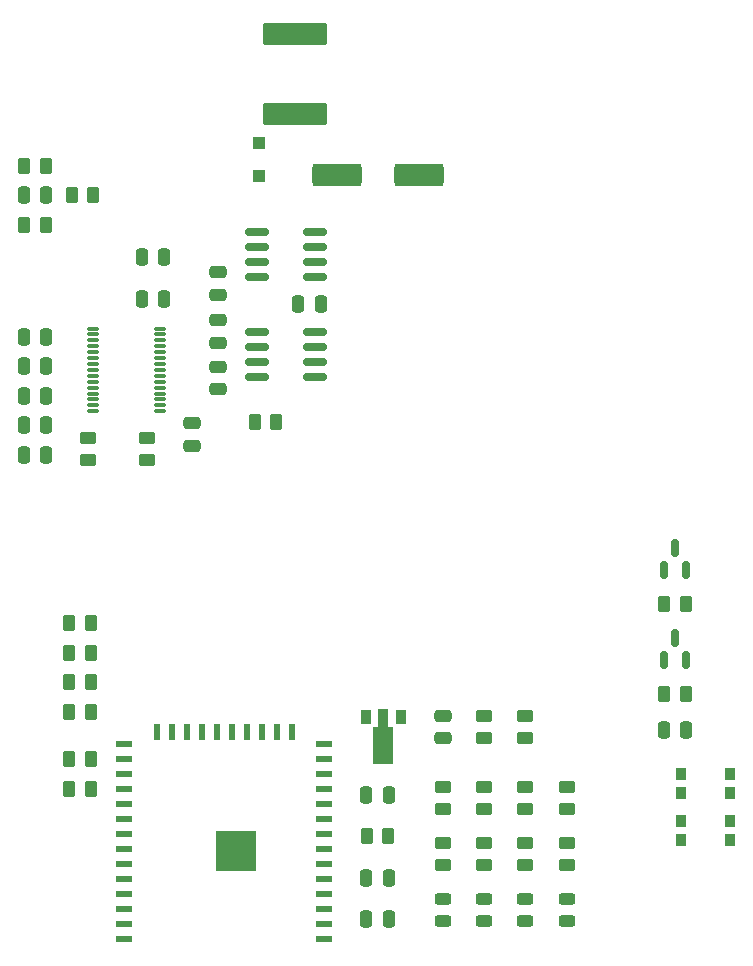
<source format=gbr>
%TF.GenerationSoftware,KiCad,Pcbnew,(6.0.0-0)*%
%TF.CreationDate,2022-03-12T23:19:40-06:00*%
%TF.ProjectId,SmartNeonPSU,536d6172-744e-4656-9f6e-5053552e6b69,rev?*%
%TF.SameCoordinates,Original*%
%TF.FileFunction,Paste,Top*%
%TF.FilePolarity,Positive*%
%FSLAX46Y46*%
G04 Gerber Fmt 4.6, Leading zero omitted, Abs format (unit mm)*
G04 Created by KiCad (PCBNEW (6.0.0-0)) date 2022-03-12 23:19:40*
%MOMM*%
%LPD*%
G01*
G04 APERTURE LIST*
G04 Aperture macros list*
%AMRoundRect*
0 Rectangle with rounded corners*
0 $1 Rounding radius*
0 $2 $3 $4 $5 $6 $7 $8 $9 X,Y pos of 4 corners*
0 Add a 4 corners polygon primitive as box body*
4,1,4,$2,$3,$4,$5,$6,$7,$8,$9,$2,$3,0*
0 Add four circle primitives for the rounded corners*
1,1,$1+$1,$2,$3*
1,1,$1+$1,$4,$5*
1,1,$1+$1,$6,$7*
1,1,$1+$1,$8,$9*
0 Add four rect primitives between the rounded corners*
20,1,$1+$1,$2,$3,$4,$5,0*
20,1,$1+$1,$4,$5,$6,$7,0*
20,1,$1+$1,$6,$7,$8,$9,0*
20,1,$1+$1,$8,$9,$2,$3,0*%
%AMFreePoly0*
4,1,9,3.862500,-0.866500,0.737500,-0.866500,0.737500,-0.450000,-0.737500,-0.450000,-0.737500,0.450000,0.737500,0.450000,0.737500,0.866500,3.862500,0.866500,3.862500,-0.866500,3.862500,-0.866500,$1*%
G04 Aperture macros list end*
%ADD10RoundRect,0.250000X-0.262500X-0.450000X0.262500X-0.450000X0.262500X0.450000X-0.262500X0.450000X0*%
%ADD11RoundRect,0.250000X-0.450000X0.262500X-0.450000X-0.262500X0.450000X-0.262500X0.450000X0.262500X0*%
%ADD12RoundRect,0.000000X-0.442500X-0.090000X0.442500X-0.090000X0.442500X0.090000X-0.442500X0.090000X0*%
%ADD13R,0.900000X1.000000*%
%ADD14RoundRect,0.250000X0.262500X0.450000X-0.262500X0.450000X-0.262500X-0.450000X0.262500X-0.450000X0*%
%ADD15RoundRect,0.150000X0.150000X-0.587500X0.150000X0.587500X-0.150000X0.587500X-0.150000X-0.587500X0*%
%ADD16R,0.900000X1.300000*%
%ADD17FreePoly0,270.000000*%
%ADD18RoundRect,0.250000X-0.475000X0.250000X-0.475000X-0.250000X0.475000X-0.250000X0.475000X0.250000X0*%
%ADD19RoundRect,0.250000X0.250000X0.475000X-0.250000X0.475000X-0.250000X-0.475000X0.250000X-0.475000X0*%
%ADD20RoundRect,0.150000X-0.825000X-0.150000X0.825000X-0.150000X0.825000X0.150000X-0.825000X0.150000X0*%
%ADD21RoundRect,0.250000X-0.250000X-0.475000X0.250000X-0.475000X0.250000X0.475000X-0.250000X0.475000X0*%
%ADD22RoundRect,0.243750X0.456250X-0.243750X0.456250X0.243750X-0.456250X0.243750X-0.456250X-0.243750X0*%
%ADD23RoundRect,0.250000X0.450000X-0.262500X0.450000X0.262500X-0.450000X0.262500X-0.450000X-0.262500X0*%
%ADD24RoundRect,0.250000X2.475000X-0.712500X2.475000X0.712500X-2.475000X0.712500X-2.475000X-0.712500X0*%
%ADD25RoundRect,0.250000X0.475000X-0.250000X0.475000X0.250000X-0.475000X0.250000X-0.475000X-0.250000X0*%
%ADD26R,1.400000X0.630000*%
%ADD27R,0.630000X1.400000*%
%ADD28R,3.500000X3.500000*%
%ADD29R,1.100000X1.100000*%
%ADD30RoundRect,0.250000X-1.825000X-0.700000X1.825000X-0.700000X1.825000X0.700000X-1.825000X0.700000X0*%
G04 APERTURE END LIST*
D10*
%TO.C,R23*%
X139587500Y-90450000D03*
X141412500Y-90450000D03*
%TD*%
D11*
%TO.C,R4*%
X159000000Y-115337500D03*
X159000000Y-117162500D03*
%TD*%
D12*
%TO.C,U2*%
X125887500Y-82500000D03*
X125887500Y-83000000D03*
X125887500Y-83500000D03*
X125887500Y-84000000D03*
X125887500Y-84500000D03*
X125887500Y-85000000D03*
X125887500Y-85500000D03*
X125887500Y-86000000D03*
X125887500Y-86500000D03*
X125887500Y-87000000D03*
X125887500Y-87500000D03*
X125887500Y-88000000D03*
X125887500Y-88500000D03*
X125887500Y-89000000D03*
X125887500Y-89500000D03*
X131612500Y-89500000D03*
X131612500Y-89000000D03*
X131612500Y-88500000D03*
X131612500Y-88000000D03*
X131612500Y-87500000D03*
X131612500Y-87000000D03*
X131612500Y-86500000D03*
X131612500Y-86000000D03*
X131612500Y-85500000D03*
X131612500Y-85000000D03*
X131612500Y-84500000D03*
X131612500Y-84000000D03*
X131612500Y-83500000D03*
X131612500Y-83000000D03*
X131612500Y-82500000D03*
%TD*%
D10*
%TO.C,R8*%
X123897500Y-107450000D03*
X125722500Y-107450000D03*
%TD*%
D13*
%TO.C,SW2*%
X175700000Y-124200000D03*
X179800000Y-124200000D03*
X179800000Y-125800000D03*
X175700000Y-125800000D03*
%TD*%
D14*
%TO.C,R7*%
X125722500Y-121460000D03*
X123897500Y-121460000D03*
%TD*%
D11*
%TO.C,R14*%
X159000000Y-126087500D03*
X159000000Y-127912500D03*
%TD*%
D15*
%TO.C,Q2*%
X174240000Y-102967500D03*
X176140000Y-102967500D03*
X175190000Y-101092500D03*
%TD*%
D16*
%TO.C,U1*%
X152000000Y-115350000D03*
D17*
X150500000Y-115437500D03*
D16*
X149000000Y-115350000D03*
%TD*%
D18*
%TO.C,C4*%
X155500000Y-115300000D03*
X155500000Y-117200000D03*
%TD*%
D11*
%TO.C,R2*%
X155500000Y-121337500D03*
X155500000Y-123162500D03*
%TD*%
D14*
%TO.C,R1*%
X125722500Y-109950000D03*
X123897500Y-109950000D03*
%TD*%
D19*
%TO.C,C3*%
X121950000Y-88200000D03*
X120050000Y-88200000D03*
%TD*%
D20*
%TO.C,Q4*%
X139775000Y-82795000D03*
X139775000Y-84065000D03*
X139775000Y-85335000D03*
X139775000Y-86605000D03*
X144725000Y-86605000D03*
X144725000Y-85335000D03*
X144725000Y-84065000D03*
X144725000Y-82795000D03*
%TD*%
D21*
%TO.C,C7*%
X120050000Y-93200000D03*
X121950000Y-93200000D03*
%TD*%
D10*
%TO.C,R19*%
X174277500Y-113460000D03*
X176102500Y-113460000D03*
%TD*%
%TO.C,R6*%
X123897500Y-112450000D03*
X125722500Y-112450000D03*
%TD*%
D11*
%TO.C,R24*%
X130486222Y-91787500D03*
X130486222Y-93612500D03*
%TD*%
D22*
%TO.C,D3*%
X162500000Y-132682725D03*
X162500000Y-130807725D03*
%TD*%
D21*
%TO.C,C10*%
X130050000Y-76450000D03*
X131950000Y-76450000D03*
%TD*%
D23*
%TO.C,R3*%
X162500000Y-123162500D03*
X162500000Y-121337500D03*
%TD*%
D11*
%TO.C,R17*%
X155500000Y-126087500D03*
X155500000Y-127912500D03*
%TD*%
D21*
%TO.C,C6*%
X120050000Y-85700000D03*
X121950000Y-85700000D03*
%TD*%
%TO.C,C13*%
X120050000Y-71200000D03*
X121950000Y-71200000D03*
%TD*%
D11*
%TO.C,R25*%
X125500000Y-91787500D03*
X125500000Y-93612500D03*
%TD*%
D23*
%TO.C,R20*%
X166000000Y-123162500D03*
X166000000Y-121337500D03*
%TD*%
D14*
%TO.C,R16*%
X121912500Y-73700000D03*
X120087500Y-73700000D03*
%TD*%
D18*
%TO.C,C11*%
X136500000Y-81800000D03*
X136500000Y-83700000D03*
%TD*%
D21*
%TO.C,C9*%
X149050000Y-122000000D03*
X150950000Y-122000000D03*
%TD*%
D22*
%TO.C,D2*%
X166000000Y-132687500D03*
X166000000Y-130812500D03*
%TD*%
D10*
%TO.C,R13*%
X120087500Y-68700000D03*
X121912500Y-68700000D03*
%TD*%
D19*
%TO.C,C19*%
X145200000Y-80450000D03*
X143300000Y-80450000D03*
%TD*%
D11*
%TO.C,R10*%
X162500000Y-115337500D03*
X162500000Y-117162500D03*
%TD*%
D10*
%TO.C,R12*%
X124087500Y-71200000D03*
X125912500Y-71200000D03*
%TD*%
D21*
%TO.C,C17*%
X149050000Y-132500000D03*
X150950000Y-132500000D03*
%TD*%
D10*
%TO.C,R18*%
X174277500Y-105840000D03*
X176102500Y-105840000D03*
%TD*%
%TO.C,R15*%
X149087500Y-125500000D03*
X150912500Y-125500000D03*
%TD*%
D22*
%TO.C,D4*%
X155500000Y-132681414D03*
X155500000Y-130806414D03*
%TD*%
D21*
%TO.C,C8*%
X120050000Y-90700000D03*
X121950000Y-90700000D03*
%TD*%
%TO.C,C12*%
X130050000Y-79988216D03*
X131950000Y-79988216D03*
%TD*%
D19*
%TO.C,C5*%
X121950000Y-83200000D03*
X120050000Y-83200000D03*
%TD*%
D22*
%TO.C,D5*%
X159000000Y-132685346D03*
X159000000Y-130810346D03*
%TD*%
D24*
%TO.C,F1*%
X143000000Y-64337500D03*
X143000000Y-57562500D03*
%TD*%
D25*
%TO.C,C21*%
X134250000Y-92400000D03*
X134250000Y-90500000D03*
%TD*%
D14*
%TO.C,R11*%
X125722500Y-114979974D03*
X123897500Y-114979974D03*
%TD*%
D11*
%TO.C,R22*%
X166000000Y-126087500D03*
X166000000Y-127912500D03*
%TD*%
%TO.C,R21*%
X162500000Y-126087500D03*
X162500000Y-127912500D03*
%TD*%
D26*
%TO.C,U3*%
X145500000Y-134205000D03*
X145500000Y-132935000D03*
X145500000Y-131665000D03*
X145500000Y-130395000D03*
X145500000Y-129125000D03*
X145500000Y-127855000D03*
X145500000Y-126585000D03*
X145500000Y-125315000D03*
X145500000Y-124045000D03*
X145500000Y-122775000D03*
X145500000Y-121505000D03*
X145500000Y-120235000D03*
X145500000Y-118965000D03*
X145500000Y-117695000D03*
D27*
X142715000Y-116695000D03*
X141445000Y-116695000D03*
X140175000Y-116695000D03*
X138905000Y-116695000D03*
X137635000Y-116695000D03*
X136365000Y-116695000D03*
X135095000Y-116695000D03*
X133825000Y-116695000D03*
X132555000Y-116695000D03*
X131285000Y-116695000D03*
D26*
X128500000Y-117695000D03*
X128500000Y-118965000D03*
X128500000Y-120235000D03*
X128500000Y-121505000D03*
X128500000Y-122775000D03*
X128500000Y-124045000D03*
X128500000Y-125315000D03*
X128500000Y-126585000D03*
X128500000Y-127855000D03*
X128500000Y-129125000D03*
X128500000Y-130395000D03*
X128500000Y-131665000D03*
X128500000Y-132935000D03*
X128500000Y-134205000D03*
D28*
X138000000Y-126705000D03*
%TD*%
D19*
%TO.C,C16*%
X176140000Y-116450000D03*
X174240000Y-116450000D03*
%TD*%
D15*
%TO.C,Q1*%
X174240000Y-110587500D03*
X176140000Y-110587500D03*
X175190000Y-108712500D03*
%TD*%
D13*
%TO.C,SW1*%
X179800000Y-120200000D03*
X175700000Y-120200000D03*
X179800000Y-121800000D03*
X175700000Y-121800000D03*
%TD*%
D18*
%TO.C,C14*%
X136500000Y-77750000D03*
X136500000Y-79650000D03*
%TD*%
D21*
%TO.C,C18*%
X149050000Y-129000000D03*
X150950000Y-129000000D03*
%TD*%
D18*
%TO.C,C15*%
X136500000Y-85750000D03*
X136500000Y-87650000D03*
%TD*%
D14*
%TO.C,R9*%
X125722500Y-118920000D03*
X123897500Y-118920000D03*
%TD*%
D23*
%TO.C,R5*%
X159000000Y-123162500D03*
X159000000Y-121337500D03*
%TD*%
D20*
%TO.C,Q3*%
X139775000Y-74295000D03*
X139775000Y-75565000D03*
X139775000Y-76835000D03*
X139775000Y-78105000D03*
X144725000Y-78105000D03*
X144725000Y-76835000D03*
X144725000Y-75565000D03*
X144725000Y-74295000D03*
%TD*%
D29*
%TO.C,D1*%
X140000000Y-69600000D03*
X140000000Y-66800000D03*
%TD*%
D30*
%TO.C,C1*%
X146525000Y-69500000D03*
X153475000Y-69500000D03*
%TD*%
M02*

</source>
